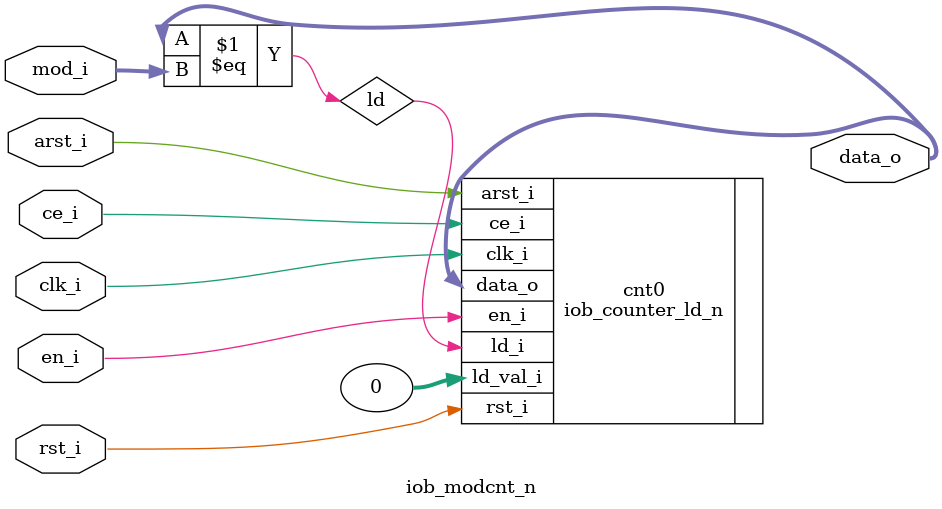
<source format=v>
`timescale 1ns / 1ps

module iob_modcnt_n
  #(
    parameter DATA_W = 32,
    parameter RST_VAL = 0
    )
   (

    input               clk_i,
    input               arst_i,
    input               ce_i,

    input               rst_i,
    input               en_i,

    input [DATA_W-1:0]  mod_i,
    output [DATA_W-1:0] data_o
    );

   wire                 ld = (data_o == mod_i);
   localparam [DATA_W-1:0] LD_VAL = 0;

   iob_counter_ld_n #(DATA_W, RST_VAL) cnt0
     (
      .clk_i(clk_i),
      .arst_i(arst_i),
      .ce_i(ce_i),

      .rst_i(rst_i),
      .en_i(en_i),

      .ld_i(ld),
      .ld_val_i(LD_VAL),

      .data_o(data_o)
      );

endmodule

</source>
